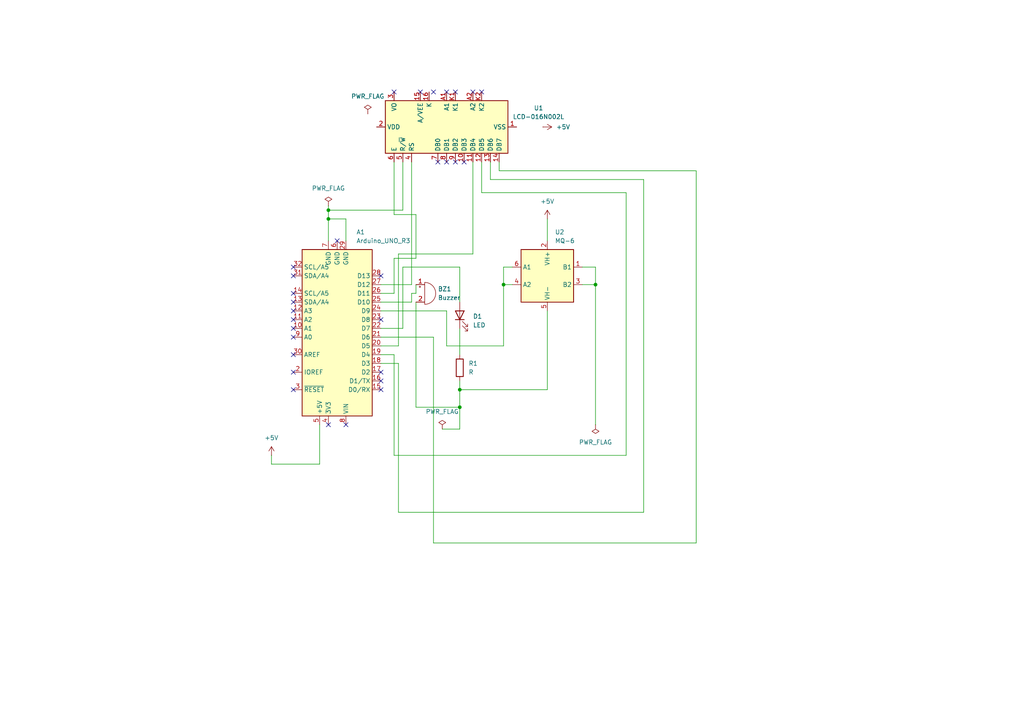
<source format=kicad_sch>
(kicad_sch
	(version 20231120)
	(generator "eeschema")
	(generator_version "8.0")
	(uuid "da198dfc-4e9c-4bcd-a7e1-fe8c57565ad5")
	(paper "A4")
	(lib_symbols
		(symbol "Device:Buzzer"
			(pin_names
				(offset 0.0254) hide)
			(exclude_from_sim no)
			(in_bom yes)
			(on_board yes)
			(property "Reference" "BZ"
				(at 3.81 1.27 0)
				(effects
					(font
						(size 1.27 1.27)
					)
					(justify left)
				)
			)
			(property "Value" "Buzzer"
				(at 3.81 -1.27 0)
				(effects
					(font
						(size 1.27 1.27)
					)
					(justify left)
				)
			)
			(property "Footprint" ""
				(at -0.635 2.54 90)
				(effects
					(font
						(size 1.27 1.27)
					)
					(hide yes)
				)
			)
			(property "Datasheet" "~"
				(at -0.635 2.54 90)
				(effects
					(font
						(size 1.27 1.27)
					)
					(hide yes)
				)
			)
			(property "Description" "Buzzer, polarized"
				(at 0 0 0)
				(effects
					(font
						(size 1.27 1.27)
					)
					(hide yes)
				)
			)
			(property "ki_keywords" "quartz resonator ceramic"
				(at 0 0 0)
				(effects
					(font
						(size 1.27 1.27)
					)
					(hide yes)
				)
			)
			(property "ki_fp_filters" "*Buzzer*"
				(at 0 0 0)
				(effects
					(font
						(size 1.27 1.27)
					)
					(hide yes)
				)
			)
			(symbol "Buzzer_0_1"
				(arc
					(start 0 -3.175)
					(mid 3.1612 0)
					(end 0 3.175)
					(stroke
						(width 0)
						(type default)
					)
					(fill
						(type none)
					)
				)
				(polyline
					(pts
						(xy -1.651 1.905) (xy -1.143 1.905)
					)
					(stroke
						(width 0)
						(type default)
					)
					(fill
						(type none)
					)
				)
				(polyline
					(pts
						(xy -1.397 2.159) (xy -1.397 1.651)
					)
					(stroke
						(width 0)
						(type default)
					)
					(fill
						(type none)
					)
				)
				(polyline
					(pts
						(xy 0 3.175) (xy 0 -3.175)
					)
					(stroke
						(width 0)
						(type default)
					)
					(fill
						(type none)
					)
				)
			)
			(symbol "Buzzer_1_1"
				(pin passive line
					(at -2.54 2.54 0)
					(length 2.54)
					(name "+"
						(effects
							(font
								(size 1.27 1.27)
							)
						)
					)
					(number "1"
						(effects
							(font
								(size 1.27 1.27)
							)
						)
					)
				)
				(pin passive line
					(at -2.54 -2.54 0)
					(length 2.54)
					(name "-"
						(effects
							(font
								(size 1.27 1.27)
							)
						)
					)
					(number "2"
						(effects
							(font
								(size 1.27 1.27)
							)
						)
					)
				)
			)
		)
		(symbol "Device:LED"
			(pin_numbers hide)
			(pin_names
				(offset 1.016) hide)
			(exclude_from_sim no)
			(in_bom yes)
			(on_board yes)
			(property "Reference" "D"
				(at 0 2.54 0)
				(effects
					(font
						(size 1.27 1.27)
					)
				)
			)
			(property "Value" "LED"
				(at 0 -2.54 0)
				(effects
					(font
						(size 1.27 1.27)
					)
				)
			)
			(property "Footprint" ""
				(at 0 0 0)
				(effects
					(font
						(size 1.27 1.27)
					)
					(hide yes)
				)
			)
			(property "Datasheet" "~"
				(at 0 0 0)
				(effects
					(font
						(size 1.27 1.27)
					)
					(hide yes)
				)
			)
			(property "Description" "Light emitting diode"
				(at 0 0 0)
				(effects
					(font
						(size 1.27 1.27)
					)
					(hide yes)
				)
			)
			(property "ki_keywords" "LED diode"
				(at 0 0 0)
				(effects
					(font
						(size 1.27 1.27)
					)
					(hide yes)
				)
			)
			(property "ki_fp_filters" "LED* LED_SMD:* LED_THT:*"
				(at 0 0 0)
				(effects
					(font
						(size 1.27 1.27)
					)
					(hide yes)
				)
			)
			(symbol "LED_0_1"
				(polyline
					(pts
						(xy -1.27 -1.27) (xy -1.27 1.27)
					)
					(stroke
						(width 0.254)
						(type default)
					)
					(fill
						(type none)
					)
				)
				(polyline
					(pts
						(xy -1.27 0) (xy 1.27 0)
					)
					(stroke
						(width 0)
						(type default)
					)
					(fill
						(type none)
					)
				)
				(polyline
					(pts
						(xy 1.27 -1.27) (xy 1.27 1.27) (xy -1.27 0) (xy 1.27 -1.27)
					)
					(stroke
						(width 0.254)
						(type default)
					)
					(fill
						(type none)
					)
				)
				(polyline
					(pts
						(xy -3.048 -0.762) (xy -4.572 -2.286) (xy -3.81 -2.286) (xy -4.572 -2.286) (xy -4.572 -1.524)
					)
					(stroke
						(width 0)
						(type default)
					)
					(fill
						(type none)
					)
				)
				(polyline
					(pts
						(xy -1.778 -0.762) (xy -3.302 -2.286) (xy -2.54 -2.286) (xy -3.302 -2.286) (xy -3.302 -1.524)
					)
					(stroke
						(width 0)
						(type default)
					)
					(fill
						(type none)
					)
				)
			)
			(symbol "LED_1_1"
				(pin passive line
					(at -3.81 0 0)
					(length 2.54)
					(name "K"
						(effects
							(font
								(size 1.27 1.27)
							)
						)
					)
					(number "1"
						(effects
							(font
								(size 1.27 1.27)
							)
						)
					)
				)
				(pin passive line
					(at 3.81 0 180)
					(length 2.54)
					(name "A"
						(effects
							(font
								(size 1.27 1.27)
							)
						)
					)
					(number "2"
						(effects
							(font
								(size 1.27 1.27)
							)
						)
					)
				)
			)
		)
		(symbol "Device:R"
			(pin_numbers hide)
			(pin_names
				(offset 0)
			)
			(exclude_from_sim no)
			(in_bom yes)
			(on_board yes)
			(property "Reference" "R"
				(at 2.032 0 90)
				(effects
					(font
						(size 1.27 1.27)
					)
				)
			)
			(property "Value" "R"
				(at 0 0 90)
				(effects
					(font
						(size 1.27 1.27)
					)
				)
			)
			(property "Footprint" ""
				(at -1.778 0 90)
				(effects
					(font
						(size 1.27 1.27)
					)
					(hide yes)
				)
			)
			(property "Datasheet" "~"
				(at 0 0 0)
				(effects
					(font
						(size 1.27 1.27)
					)
					(hide yes)
				)
			)
			(property "Description" "Resistor"
				(at 0 0 0)
				(effects
					(font
						(size 1.27 1.27)
					)
					(hide yes)
				)
			)
			(property "ki_keywords" "R res resistor"
				(at 0 0 0)
				(effects
					(font
						(size 1.27 1.27)
					)
					(hide yes)
				)
			)
			(property "ki_fp_filters" "R_*"
				(at 0 0 0)
				(effects
					(font
						(size 1.27 1.27)
					)
					(hide yes)
				)
			)
			(symbol "R_0_1"
				(rectangle
					(start -1.016 -2.54)
					(end 1.016 2.54)
					(stroke
						(width 0.254)
						(type default)
					)
					(fill
						(type none)
					)
				)
			)
			(symbol "R_1_1"
				(pin passive line
					(at 0 3.81 270)
					(length 1.27)
					(name "~"
						(effects
							(font
								(size 1.27 1.27)
							)
						)
					)
					(number "1"
						(effects
							(font
								(size 1.27 1.27)
							)
						)
					)
				)
				(pin passive line
					(at 0 -3.81 90)
					(length 1.27)
					(name "~"
						(effects
							(font
								(size 1.27 1.27)
							)
						)
					)
					(number "2"
						(effects
							(font
								(size 1.27 1.27)
							)
						)
					)
				)
			)
		)
		(symbol "Display_Character:LCD-016N002L"
			(exclude_from_sim no)
			(in_bom yes)
			(on_board yes)
			(property "Reference" "U"
				(at -6.35 18.796 0)
				(effects
					(font
						(size 1.27 1.27)
					)
				)
			)
			(property "Value" "LCD-016N002L"
				(at 8.636 18.796 0)
				(effects
					(font
						(size 1.27 1.27)
					)
				)
			)
			(property "Footprint" "Display:LCD-016N002L"
				(at 0.508 -23.368 0)
				(effects
					(font
						(size 1.27 1.27)
					)
					(hide yes)
				)
			)
			(property "Datasheet" "http://www.vishay.com/docs/37299/37299.pdf"
				(at 12.7 -7.62 0)
				(effects
					(font
						(size 1.27 1.27)
					)
					(hide yes)
				)
			)
			(property "Description" "LCD 12x2, 8 bit parallel bus, 3V or 5V VDD"
				(at 0 0 0)
				(effects
					(font
						(size 1.27 1.27)
					)
					(hide yes)
				)
			)
			(property "ki_keywords" "display LCD dot-matrix"
				(at 0 0 0)
				(effects
					(font
						(size 1.27 1.27)
					)
					(hide yes)
				)
			)
			(property "ki_fp_filters" "*LCD*016N002L*"
				(at 0 0 0)
				(effects
					(font
						(size 1.27 1.27)
					)
					(hide yes)
				)
			)
			(symbol "LCD-016N002L_1_1"
				(rectangle
					(start -7.62 17.78)
					(end 7.62 -17.78)
					(stroke
						(width 0.254)
						(type default)
					)
					(fill
						(type background)
					)
				)
				(pin power_in line
					(at 0 -20.32 90)
					(length 2.54)
					(name "VSS"
						(effects
							(font
								(size 1.27 1.27)
							)
						)
					)
					(number "1"
						(effects
							(font
								(size 1.27 1.27)
							)
						)
					)
				)
				(pin bidirectional line
					(at -10.16 -5.08 0)
					(length 2.54)
					(name "DB3"
						(effects
							(font
								(size 1.27 1.27)
							)
						)
					)
					(number "10"
						(effects
							(font
								(size 1.27 1.27)
							)
						)
					)
				)
				(pin bidirectional line
					(at -10.16 -7.62 0)
					(length 2.54)
					(name "DB4"
						(effects
							(font
								(size 1.27 1.27)
							)
						)
					)
					(number "11"
						(effects
							(font
								(size 1.27 1.27)
							)
						)
					)
				)
				(pin bidirectional line
					(at -10.16 -10.16 0)
					(length 2.54)
					(name "DB5"
						(effects
							(font
								(size 1.27 1.27)
							)
						)
					)
					(number "12"
						(effects
							(font
								(size 1.27 1.27)
							)
						)
					)
				)
				(pin bidirectional line
					(at -10.16 -12.7 0)
					(length 2.54)
					(name "DB6"
						(effects
							(font
								(size 1.27 1.27)
							)
						)
					)
					(number "13"
						(effects
							(font
								(size 1.27 1.27)
							)
						)
					)
				)
				(pin bidirectional line
					(at -10.16 -15.24 0)
					(length 2.54)
					(name "DB7"
						(effects
							(font
								(size 1.27 1.27)
							)
						)
					)
					(number "14"
						(effects
							(font
								(size 1.27 1.27)
							)
						)
					)
				)
				(pin power_in line
					(at 10.16 7.62 180)
					(length 2.54)
					(name "A/VEE"
						(effects
							(font
								(size 1.27 1.27)
							)
						)
					)
					(number "15"
						(effects
							(font
								(size 1.27 1.27)
							)
						)
					)
				)
				(pin power_in line
					(at 10.16 5.08 180)
					(length 2.54)
					(name "K"
						(effects
							(font
								(size 1.27 1.27)
							)
						)
					)
					(number "16"
						(effects
							(font
								(size 1.27 1.27)
							)
						)
					)
				)
				(pin power_in line
					(at 0 20.32 270)
					(length 2.54)
					(name "VDD"
						(effects
							(font
								(size 1.27 1.27)
							)
						)
					)
					(number "2"
						(effects
							(font
								(size 1.27 1.27)
							)
						)
					)
				)
				(pin input line
					(at 10.16 15.24 180)
					(length 2.54)
					(name "VO"
						(effects
							(font
								(size 1.27 1.27)
							)
						)
					)
					(number "3"
						(effects
							(font
								(size 1.27 1.27)
							)
						)
					)
				)
				(pin input line
					(at -10.16 10.16 0)
					(length 2.54)
					(name "RS"
						(effects
							(font
								(size 1.27 1.27)
							)
						)
					)
					(number "4"
						(effects
							(font
								(size 1.27 1.27)
							)
						)
					)
				)
				(pin input line
					(at -10.16 12.7 0)
					(length 2.54)
					(name "R/~{W}"
						(effects
							(font
								(size 1.27 1.27)
							)
						)
					)
					(number "5"
						(effects
							(font
								(size 1.27 1.27)
							)
						)
					)
				)
				(pin input line
					(at -10.16 15.24 0)
					(length 2.54)
					(name "E"
						(effects
							(font
								(size 1.27 1.27)
							)
						)
					)
					(number "6"
						(effects
							(font
								(size 1.27 1.27)
							)
						)
					)
				)
				(pin bidirectional line
					(at -10.16 2.54 0)
					(length 2.54)
					(name "DB0"
						(effects
							(font
								(size 1.27 1.27)
							)
						)
					)
					(number "7"
						(effects
							(font
								(size 1.27 1.27)
							)
						)
					)
				)
				(pin bidirectional line
					(at -10.16 0 0)
					(length 2.54)
					(name "DB1"
						(effects
							(font
								(size 1.27 1.27)
							)
						)
					)
					(number "8"
						(effects
							(font
								(size 1.27 1.27)
							)
						)
					)
				)
				(pin bidirectional line
					(at -10.16 -2.54 0)
					(length 2.54)
					(name "DB2"
						(effects
							(font
								(size 1.27 1.27)
							)
						)
					)
					(number "9"
						(effects
							(font
								(size 1.27 1.27)
							)
						)
					)
				)
				(pin power_in line
					(at 10.16 0 180)
					(length 2.54)
					(name "A1"
						(effects
							(font
								(size 1.27 1.27)
							)
						)
					)
					(number "A1"
						(effects
							(font
								(size 1.27 1.27)
							)
						)
					)
				)
				(pin power_in line
					(at 10.16 -7.62 180)
					(length 2.54)
					(name "A2"
						(effects
							(font
								(size 1.27 1.27)
							)
						)
					)
					(number "A2"
						(effects
							(font
								(size 1.27 1.27)
							)
						)
					)
				)
				(pin power_in line
					(at 10.16 -2.54 180)
					(length 2.54)
					(name "K1"
						(effects
							(font
								(size 1.27 1.27)
							)
						)
					)
					(number "K1"
						(effects
							(font
								(size 1.27 1.27)
							)
						)
					)
				)
				(pin power_in line
					(at 10.16 -10.16 180)
					(length 2.54)
					(name "K2"
						(effects
							(font
								(size 1.27 1.27)
							)
						)
					)
					(number "K2"
						(effects
							(font
								(size 1.27 1.27)
							)
						)
					)
				)
			)
		)
		(symbol "MCU_Module:Arduino_UNO_R3"
			(exclude_from_sim no)
			(in_bom yes)
			(on_board yes)
			(property "Reference" "A"
				(at -10.16 23.495 0)
				(effects
					(font
						(size 1.27 1.27)
					)
					(justify left bottom)
				)
			)
			(property "Value" "Arduino_UNO_R3"
				(at 5.08 -26.67 0)
				(effects
					(font
						(size 1.27 1.27)
					)
					(justify left top)
				)
			)
			(property "Footprint" "Module:Arduino_UNO_R3"
				(at 0 0 0)
				(effects
					(font
						(size 1.27 1.27)
						(italic yes)
					)
					(hide yes)
				)
			)
			(property "Datasheet" "https://www.arduino.cc/en/Main/arduinoBoardUno"
				(at 0 0 0)
				(effects
					(font
						(size 1.27 1.27)
					)
					(hide yes)
				)
			)
			(property "Description" "Arduino UNO Microcontroller Module, release 3"
				(at 0 0 0)
				(effects
					(font
						(size 1.27 1.27)
					)
					(hide yes)
				)
			)
			(property "ki_keywords" "Arduino UNO R3 Microcontroller Module Atmel AVR USB"
				(at 0 0 0)
				(effects
					(font
						(size 1.27 1.27)
					)
					(hide yes)
				)
			)
			(property "ki_fp_filters" "Arduino*UNO*R3*"
				(at 0 0 0)
				(effects
					(font
						(size 1.27 1.27)
					)
					(hide yes)
				)
			)
			(symbol "Arduino_UNO_R3_0_1"
				(rectangle
					(start -10.16 22.86)
					(end 10.16 -25.4)
					(stroke
						(width 0.254)
						(type default)
					)
					(fill
						(type background)
					)
				)
			)
			(symbol "Arduino_UNO_R3_1_1"
				(pin no_connect line
					(at -10.16 -20.32 0)
					(length 2.54) hide
					(name "NC"
						(effects
							(font
								(size 1.27 1.27)
							)
						)
					)
					(number "1"
						(effects
							(font
								(size 1.27 1.27)
							)
						)
					)
				)
				(pin bidirectional line
					(at 12.7 -2.54 180)
					(length 2.54)
					(name "A1"
						(effects
							(font
								(size 1.27 1.27)
							)
						)
					)
					(number "10"
						(effects
							(font
								(size 1.27 1.27)
							)
						)
					)
				)
				(pin bidirectional line
					(at 12.7 -5.08 180)
					(length 2.54)
					(name "A2"
						(effects
							(font
								(size 1.27 1.27)
							)
						)
					)
					(number "11"
						(effects
							(font
								(size 1.27 1.27)
							)
						)
					)
				)
				(pin bidirectional line
					(at 12.7 -7.62 180)
					(length 2.54)
					(name "A3"
						(effects
							(font
								(size 1.27 1.27)
							)
						)
					)
					(number "12"
						(effects
							(font
								(size 1.27 1.27)
							)
						)
					)
				)
				(pin bidirectional line
					(at 12.7 -10.16 180)
					(length 2.54)
					(name "SDA/A4"
						(effects
							(font
								(size 1.27 1.27)
							)
						)
					)
					(number "13"
						(effects
							(font
								(size 1.27 1.27)
							)
						)
					)
				)
				(pin bidirectional line
					(at 12.7 -12.7 180)
					(length 2.54)
					(name "SCL/A5"
						(effects
							(font
								(size 1.27 1.27)
							)
						)
					)
					(number "14"
						(effects
							(font
								(size 1.27 1.27)
							)
						)
					)
				)
				(pin bidirectional line
					(at -12.7 15.24 0)
					(length 2.54)
					(name "D0/RX"
						(effects
							(font
								(size 1.27 1.27)
							)
						)
					)
					(number "15"
						(effects
							(font
								(size 1.27 1.27)
							)
						)
					)
				)
				(pin bidirectional line
					(at -12.7 12.7 0)
					(length 2.54)
					(name "D1/TX"
						(effects
							(font
								(size 1.27 1.27)
							)
						)
					)
					(number "16"
						(effects
							(font
								(size 1.27 1.27)
							)
						)
					)
				)
				(pin bidirectional line
					(at -12.7 10.16 0)
					(length 2.54)
					(name "D2"
						(effects
							(font
								(size 1.27 1.27)
							)
						)
					)
					(number "17"
						(effects
							(font
								(size 1.27 1.27)
							)
						)
					)
				)
				(pin bidirectional line
					(at -12.7 7.62 0)
					(length 2.54)
					(name "D3"
						(effects
							(font
								(size 1.27 1.27)
							)
						)
					)
					(number "18"
						(effects
							(font
								(size 1.27 1.27)
							)
						)
					)
				)
				(pin bidirectional line
					(at -12.7 5.08 0)
					(length 2.54)
					(name "D4"
						(effects
							(font
								(size 1.27 1.27)
							)
						)
					)
					(number "19"
						(effects
							(font
								(size 1.27 1.27)
							)
						)
					)
				)
				(pin output line
					(at 12.7 10.16 180)
					(length 2.54)
					(name "IOREF"
						(effects
							(font
								(size 1.27 1.27)
							)
						)
					)
					(number "2"
						(effects
							(font
								(size 1.27 1.27)
							)
						)
					)
				)
				(pin bidirectional line
					(at -12.7 2.54 0)
					(length 2.54)
					(name "D5"
						(effects
							(font
								(size 1.27 1.27)
							)
						)
					)
					(number "20"
						(effects
							(font
								(size 1.27 1.27)
							)
						)
					)
				)
				(pin bidirectional line
					(at -12.7 0 0)
					(length 2.54)
					(name "D6"
						(effects
							(font
								(size 1.27 1.27)
							)
						)
					)
					(number "21"
						(effects
							(font
								(size 1.27 1.27)
							)
						)
					)
				)
				(pin bidirectional line
					(at -12.7 -2.54 0)
					(length 2.54)
					(name "D7"
						(effects
							(font
								(size 1.27 1.27)
							)
						)
					)
					(number "22"
						(effects
							(font
								(size 1.27 1.27)
							)
						)
					)
				)
				(pin bidirectional line
					(at -12.7 -5.08 0)
					(length 2.54)
					(name "D8"
						(effects
							(font
								(size 1.27 1.27)
							)
						)
					)
					(number "23"
						(effects
							(font
								(size 1.27 1.27)
							)
						)
					)
				)
				(pin bidirectional line
					(at -12.7 -7.62 0)
					(length 2.54)
					(name "D9"
						(effects
							(font
								(size 1.27 1.27)
							)
						)
					)
					(number "24"
						(effects
							(font
								(size 1.27 1.27)
							)
						)
					)
				)
				(pin bidirectional line
					(at -12.7 -10.16 0)
					(length 2.54)
					(name "D10"
						(effects
							(font
								(size 1.27 1.27)
							)
						)
					)
					(number "25"
						(effects
							(font
								(size 1.27 1.27)
							)
						)
					)
				)
				(pin bidirectional line
					(at -12.7 -12.7 0)
					(length 2.54)
					(name "D11"
						(effects
							(font
								(size 1.27 1.27)
							)
						)
					)
					(number "26"
						(effects
							(font
								(size 1.27 1.27)
							)
						)
					)
				)
				(pin bidirectional line
					(at -12.7 -15.24 0)
					(length 2.54)
					(name "D12"
						(effects
							(font
								(size 1.27 1.27)
							)
						)
					)
					(number "27"
						(effects
							(font
								(size 1.27 1.27)
							)
						)
					)
				)
				(pin bidirectional line
					(at -12.7 -17.78 0)
					(length 2.54)
					(name "D13"
						(effects
							(font
								(size 1.27 1.27)
							)
						)
					)
					(number "28"
						(effects
							(font
								(size 1.27 1.27)
							)
						)
					)
				)
				(pin power_in line
					(at -2.54 -27.94 90)
					(length 2.54)
					(name "GND"
						(effects
							(font
								(size 1.27 1.27)
							)
						)
					)
					(number "29"
						(effects
							(font
								(size 1.27 1.27)
							)
						)
					)
				)
				(pin input line
					(at 12.7 15.24 180)
					(length 2.54)
					(name "~{RESET}"
						(effects
							(font
								(size 1.27 1.27)
							)
						)
					)
					(number "3"
						(effects
							(font
								(size 1.27 1.27)
							)
						)
					)
				)
				(pin input line
					(at 12.7 5.08 180)
					(length 2.54)
					(name "AREF"
						(effects
							(font
								(size 1.27 1.27)
							)
						)
					)
					(number "30"
						(effects
							(font
								(size 1.27 1.27)
							)
						)
					)
				)
				(pin bidirectional line
					(at 12.7 -17.78 180)
					(length 2.54)
					(name "SDA/A4"
						(effects
							(font
								(size 1.27 1.27)
							)
						)
					)
					(number "31"
						(effects
							(font
								(size 1.27 1.27)
							)
						)
					)
				)
				(pin bidirectional line
					(at 12.7 -20.32 180)
					(length 2.54)
					(name "SCL/A5"
						(effects
							(font
								(size 1.27 1.27)
							)
						)
					)
					(number "32"
						(effects
							(font
								(size 1.27 1.27)
							)
						)
					)
				)
				(pin power_out line
					(at 2.54 25.4 270)
					(length 2.54)
					(name "3V3"
						(effects
							(font
								(size 1.27 1.27)
							)
						)
					)
					(number "4"
						(effects
							(font
								(size 1.27 1.27)
							)
						)
					)
				)
				(pin power_out line
					(at 5.08 25.4 270)
					(length 2.54)
					(name "+5V"
						(effects
							(font
								(size 1.27 1.27)
							)
						)
					)
					(number "5"
						(effects
							(font
								(size 1.27 1.27)
							)
						)
					)
				)
				(pin power_in line
					(at 0 -27.94 90)
					(length 2.54)
					(name "GND"
						(effects
							(font
								(size 1.27 1.27)
							)
						)
					)
					(number "6"
						(effects
							(font
								(size 1.27 1.27)
							)
						)
					)
				)
				(pin power_in line
					(at 2.54 -27.94 90)
					(length 2.54)
					(name "GND"
						(effects
							(font
								(size 1.27 1.27)
							)
						)
					)
					(number "7"
						(effects
							(font
								(size 1.27 1.27)
							)
						)
					)
				)
				(pin power_in line
					(at -2.54 25.4 270)
					(length 2.54)
					(name "VIN"
						(effects
							(font
								(size 1.27 1.27)
							)
						)
					)
					(number "8"
						(effects
							(font
								(size 1.27 1.27)
							)
						)
					)
				)
				(pin bidirectional line
					(at 12.7 0 180)
					(length 2.54)
					(name "A0"
						(effects
							(font
								(size 1.27 1.27)
							)
						)
					)
					(number "9"
						(effects
							(font
								(size 1.27 1.27)
							)
						)
					)
				)
			)
		)
		(symbol "Sensor_Gas:MQ-6"
			(exclude_from_sim no)
			(in_bom yes)
			(on_board yes)
			(property "Reference" "U"
				(at -6.35 8.89 0)
				(effects
					(font
						(size 1.27 1.27)
					)
				)
			)
			(property "Value" "MQ-6"
				(at 3.81 8.89 0)
				(effects
					(font
						(size 1.27 1.27)
					)
				)
			)
			(property "Footprint" "Sensor:MQ-6"
				(at 1.27 -11.43 0)
				(effects
					(font
						(size 1.27 1.27)
					)
					(hide yes)
				)
			)
			(property "Datasheet" "https://www.winsen-sensor.com/d/files/semiconductor/mq-6.pdf"
				(at 0 6.35 0)
				(effects
					(font
						(size 1.27 1.27)
					)
					(hide yes)
				)
			)
			(property "Description" "Semiconductor Sensor for Flammable Gas"
				(at 0 0 0)
				(effects
					(font
						(size 1.27 1.27)
					)
					(hide yes)
				)
			)
			(property "ki_keywords" "flammable gas sensor LPG"
				(at 0 0 0)
				(effects
					(font
						(size 1.27 1.27)
					)
					(hide yes)
				)
			)
			(property "ki_fp_filters" "*MQ*6*"
				(at 0 0 0)
				(effects
					(font
						(size 1.27 1.27)
					)
					(hide yes)
				)
			)
			(symbol "MQ-6_0_1"
				(rectangle
					(start -7.62 7.62)
					(end 7.62 -7.62)
					(stroke
						(width 0.254)
						(type default)
					)
					(fill
						(type background)
					)
				)
			)
			(symbol "MQ-6_1_1"
				(pin passive line
					(at 10.16 2.54 180)
					(length 2.54)
					(name "B1"
						(effects
							(font
								(size 1.27 1.27)
							)
						)
					)
					(number "1"
						(effects
							(font
								(size 1.27 1.27)
							)
						)
					)
				)
				(pin power_in line
					(at 0 10.16 270)
					(length 2.54)
					(name "VH+"
						(effects
							(font
								(size 1.27 1.27)
							)
						)
					)
					(number "2"
						(effects
							(font
								(size 1.27 1.27)
							)
						)
					)
				)
				(pin passive line
					(at 10.16 -2.54 180)
					(length 2.54)
					(name "B2"
						(effects
							(font
								(size 1.27 1.27)
							)
						)
					)
					(number "3"
						(effects
							(font
								(size 1.27 1.27)
							)
						)
					)
				)
				(pin passive line
					(at -10.16 -2.54 0)
					(length 2.54)
					(name "A2"
						(effects
							(font
								(size 1.27 1.27)
							)
						)
					)
					(number "4"
						(effects
							(font
								(size 1.27 1.27)
							)
						)
					)
				)
				(pin power_in line
					(at 0 -10.16 90)
					(length 2.54)
					(name "VH-"
						(effects
							(font
								(size 1.27 1.27)
							)
						)
					)
					(number "5"
						(effects
							(font
								(size 1.27 1.27)
							)
						)
					)
				)
				(pin passive line
					(at -10.16 2.54 0)
					(length 2.54)
					(name "A1"
						(effects
							(font
								(size 1.27 1.27)
							)
						)
					)
					(number "6"
						(effects
							(font
								(size 1.27 1.27)
							)
						)
					)
				)
			)
		)
		(symbol "power:+5V"
			(power)
			(pin_numbers hide)
			(pin_names
				(offset 0) hide)
			(exclude_from_sim no)
			(in_bom yes)
			(on_board yes)
			(property "Reference" "#PWR"
				(at 0 -3.81 0)
				(effects
					(font
						(size 1.27 1.27)
					)
					(hide yes)
				)
			)
			(property "Value" "+5V"
				(at 0 3.556 0)
				(effects
					(font
						(size 1.27 1.27)
					)
				)
			)
			(property "Footprint" ""
				(at 0 0 0)
				(effects
					(font
						(size 1.27 1.27)
					)
					(hide yes)
				)
			)
			(property "Datasheet" ""
				(at 0 0 0)
				(effects
					(font
						(size 1.27 1.27)
					)
					(hide yes)
				)
			)
			(property "Description" "Power symbol creates a global label with name \"+5V\""
				(at 0 0 0)
				(effects
					(font
						(size 1.27 1.27)
					)
					(hide yes)
				)
			)
			(property "ki_keywords" "global power"
				(at 0 0 0)
				(effects
					(font
						(size 1.27 1.27)
					)
					(hide yes)
				)
			)
			(symbol "+5V_0_1"
				(polyline
					(pts
						(xy -0.762 1.27) (xy 0 2.54)
					)
					(stroke
						(width 0)
						(type default)
					)
					(fill
						(type none)
					)
				)
				(polyline
					(pts
						(xy 0 0) (xy 0 2.54)
					)
					(stroke
						(width 0)
						(type default)
					)
					(fill
						(type none)
					)
				)
				(polyline
					(pts
						(xy 0 2.54) (xy 0.762 1.27)
					)
					(stroke
						(width 0)
						(type default)
					)
					(fill
						(type none)
					)
				)
			)
			(symbol "+5V_1_1"
				(pin power_in line
					(at 0 0 90)
					(length 0)
					(name "~"
						(effects
							(font
								(size 1.27 1.27)
							)
						)
					)
					(number "1"
						(effects
							(font
								(size 1.27 1.27)
							)
						)
					)
				)
			)
		)
		(symbol "power:PWR_FLAG"
			(power)
			(pin_numbers hide)
			(pin_names
				(offset 0) hide)
			(exclude_from_sim no)
			(in_bom yes)
			(on_board yes)
			(property "Reference" "#FLG"
				(at 0 1.905 0)
				(effects
					(font
						(size 1.27 1.27)
					)
					(hide yes)
				)
			)
			(property "Value" "PWR_FLAG"
				(at 0 3.81 0)
				(effects
					(font
						(size 1.27 1.27)
					)
				)
			)
			(property "Footprint" ""
				(at 0 0 0)
				(effects
					(font
						(size 1.27 1.27)
					)
					(hide yes)
				)
			)
			(property "Datasheet" "~"
				(at 0 0 0)
				(effects
					(font
						(size 1.27 1.27)
					)
					(hide yes)
				)
			)
			(property "Description" "Special symbol for telling ERC where power comes from"
				(at 0 0 0)
				(effects
					(font
						(size 1.27 1.27)
					)
					(hide yes)
				)
			)
			(property "ki_keywords" "flag power"
				(at 0 0 0)
				(effects
					(font
						(size 1.27 1.27)
					)
					(hide yes)
				)
			)
			(symbol "PWR_FLAG_0_0"
				(pin power_out line
					(at 0 0 90)
					(length 0)
					(name "~"
						(effects
							(font
								(size 1.27 1.27)
							)
						)
					)
					(number "1"
						(effects
							(font
								(size 1.27 1.27)
							)
						)
					)
				)
			)
			(symbol "PWR_FLAG_0_1"
				(polyline
					(pts
						(xy 0 0) (xy 0 1.27) (xy -1.016 1.905) (xy 0 2.54) (xy 1.016 1.905) (xy 0 1.27)
					)
					(stroke
						(width 0)
						(type default)
					)
					(fill
						(type none)
					)
				)
			)
		)
	)
	(junction
		(at 133.35 113.03)
		(diameter 0)
		(color 0 0 0 0)
		(uuid "01a54aa8-f54a-4153-97c8-7f24d6ba1b5e")
	)
	(junction
		(at 146.05 82.55)
		(diameter 0)
		(color 0 0 0 0)
		(uuid "0f5021c1-1753-4e36-8ae3-7b67651e50f1")
	)
	(junction
		(at 172.72 82.55)
		(diameter 0)
		(color 0 0 0 0)
		(uuid "72fd272e-5da4-47d7-82da-06a189713c0b")
	)
	(junction
		(at 95.25 63.5)
		(diameter 0)
		(color 0 0 0 0)
		(uuid "d0cdcb16-4386-4329-ba2a-efec100ef773")
	)
	(junction
		(at 95.25 60.96)
		(diameter 0)
		(color 0 0 0 0)
		(uuid "d1afee1f-23cd-4f86-8121-5a425b7322f9")
	)
	(junction
		(at 133.35 118.11)
		(diameter 0)
		(color 0 0 0 0)
		(uuid "f66d201f-5a38-4783-a4c4-2ac21eb6b63f")
	)
	(no_connect
		(at 139.7 26.67)
		(uuid "0998b3f6-dc17-476a-a28c-9b4099121ff5")
	)
	(no_connect
		(at 114.3 26.67)
		(uuid "09b4b688-b6a5-4f74-b27a-aa266a0d4f9c")
	)
	(no_connect
		(at 85.09 97.79)
		(uuid "1e9fb5fb-facb-473c-a0cf-a3decbf97e07")
	)
	(no_connect
		(at 134.62 46.99)
		(uuid "201a70bb-2795-442d-aad2-d7d9850e014e")
	)
	(no_connect
		(at 97.79 69.85)
		(uuid "20f8831f-a5db-40ff-91fb-ccdde06804fa")
	)
	(no_connect
		(at 85.09 107.95)
		(uuid "29808ec7-cde8-41e0-9473-ad22781081d0")
	)
	(no_connect
		(at 100.33 123.19)
		(uuid "2e1a6a9d-90f0-4ff3-9d7f-e129edb558bd")
	)
	(no_connect
		(at 110.49 107.95)
		(uuid "310969a8-3b1d-4d11-ad3a-66becb99f2e5")
	)
	(no_connect
		(at 129.54 46.99)
		(uuid "3b55e54b-793a-4421-b6c6-f06375241765")
	)
	(no_connect
		(at 85.09 90.17)
		(uuid "3b5792a7-bb9b-4e4c-a8b2-742cb90368c3")
	)
	(no_connect
		(at 121.92 26.67)
		(uuid "3f0b83b4-3d40-4620-9bfa-64ff5dd41588")
	)
	(no_connect
		(at 85.09 77.47)
		(uuid "3fbd7964-8d6a-4505-91f4-55613e34fbf3")
	)
	(no_connect
		(at 127 46.99)
		(uuid "53fcffa6-2b57-4638-982e-14475740937d")
	)
	(no_connect
		(at 137.16 26.67)
		(uuid "56640b68-5781-431f-a967-fdc2e4084523")
	)
	(no_connect
		(at 125.73 26.67)
		(uuid "65b595be-7010-4289-93e6-d5205e7a0c22")
	)
	(no_connect
		(at 85.09 95.25)
		(uuid "679429e9-f358-4315-970c-d8f0919210d4")
	)
	(no_connect
		(at 85.09 85.09)
		(uuid "6b3db86b-b3b4-4c56-b1da-1c81acb802d0")
	)
	(no_connect
		(at 110.49 80.01)
		(uuid "71bc15bf-3825-4f9c-8971-5660a1fa6281")
	)
	(no_connect
		(at 132.08 26.67)
		(uuid "76831b4f-db53-4dd5-bde2-704060f6ed69")
	)
	(no_connect
		(at 85.09 102.87)
		(uuid "7e58fbed-12b4-4e97-ae40-519eff51099f")
	)
	(no_connect
		(at 129.54 26.67)
		(uuid "81c544c7-888a-4ee7-acdb-6ed0ff0eaad8")
	)
	(no_connect
		(at 110.49 110.49)
		(uuid "831141d1-cf4c-46e9-b3e2-ca139402cf28")
	)
	(no_connect
		(at 85.09 87.63)
		(uuid "a55c7dd1-0c18-4f3e-833c-69ec539582d0")
	)
	(no_connect
		(at 95.25 123.19)
		(uuid "bdb589c8-e265-444d-87b1-3628768ba9ee")
	)
	(no_connect
		(at 110.49 92.71)
		(uuid "c1d34f6a-4c32-423c-9208-d325a19eb3d9")
	)
	(no_connect
		(at 85.09 113.03)
		(uuid "c59e43b1-1515-48e4-b078-eba076104e2a")
	)
	(no_connect
		(at 132.08 46.99)
		(uuid "c709d0bf-564f-41de-8e97-189d2f38b0e8")
	)
	(no_connect
		(at 110.49 113.03)
		(uuid "d524cc04-a578-46a1-834b-13e9bb8801cb")
	)
	(no_connect
		(at 85.09 80.01)
		(uuid "e9d09b35-37ab-46e9-8c7b-b12ee7629319")
	)
	(no_connect
		(at 85.09 92.71)
		(uuid "eb81514c-60f2-40b0-9981-334c2755ba26")
	)
	(wire
		(pts
			(xy 133.35 110.49) (xy 133.35 113.03)
		)
		(stroke
			(width 0)
			(type default)
		)
		(uuid "00aa09b8-e635-4409-b24f-6c00f3b0fd14")
	)
	(wire
		(pts
			(xy 158.75 113.03) (xy 133.35 113.03)
		)
		(stroke
			(width 0)
			(type default)
		)
		(uuid "0251dfe9-3c5d-4bd4-abae-8e566f885584")
	)
	(wire
		(pts
			(xy 114.3 132.08) (xy 181.61 132.08)
		)
		(stroke
			(width 0)
			(type default)
		)
		(uuid "0397023c-dbaf-40c4-94f8-21bceae3706b")
	)
	(wire
		(pts
			(xy 148.59 77.47) (xy 146.05 77.47)
		)
		(stroke
			(width 0)
			(type default)
		)
		(uuid "1014cb96-1a3d-4531-a66e-78ff36f03893")
	)
	(wire
		(pts
			(xy 119.38 82.55) (xy 110.49 82.55)
		)
		(stroke
			(width 0)
			(type default)
		)
		(uuid "1278fabc-f341-4d04-815f-4e01f7de0cea")
	)
	(wire
		(pts
			(xy 129.54 90.17) (xy 129.54 100.33)
		)
		(stroke
			(width 0)
			(type default)
		)
		(uuid "16fdac9d-0b63-46dc-8ef3-11d7dbe28a69")
	)
	(wire
		(pts
			(xy 137.16 73.66) (xy 115.57 73.66)
		)
		(stroke
			(width 0)
			(type default)
		)
		(uuid "1e6580d0-4d4b-4c63-b363-b0d23d5b43fc")
	)
	(wire
		(pts
			(xy 119.38 46.99) (xy 119.38 82.55)
		)
		(stroke
			(width 0)
			(type default)
		)
		(uuid "222544e8-9fa7-4490-b380-5af3510ff70d")
	)
	(wire
		(pts
			(xy 119.38 87.63) (xy 119.38 85.09)
		)
		(stroke
			(width 0)
			(type default)
		)
		(uuid "24d679e0-1fd3-4499-90b3-2803576d15d9")
	)
	(wire
		(pts
			(xy 110.49 90.17) (xy 129.54 90.17)
		)
		(stroke
			(width 0)
			(type default)
		)
		(uuid "28456209-8706-4e5a-8000-252ef84dbaef")
	)
	(wire
		(pts
			(xy 172.72 82.55) (xy 172.72 123.19)
		)
		(stroke
			(width 0)
			(type default)
		)
		(uuid "2a7d7cf8-4475-4012-b3bd-d908bc00e897")
	)
	(wire
		(pts
			(xy 172.72 77.47) (xy 172.72 82.55)
		)
		(stroke
			(width 0)
			(type default)
		)
		(uuid "2afd67e6-0689-45e5-bfbc-0d7622ec6e2e")
	)
	(wire
		(pts
			(xy 133.35 87.63) (xy 133.35 77.47)
		)
		(stroke
			(width 0)
			(type default)
		)
		(uuid "31b143b1-018a-4754-8dc8-871673c2c76d")
	)
	(wire
		(pts
			(xy 128.27 124.46) (xy 133.35 124.46)
		)
		(stroke
			(width 0)
			(type default)
		)
		(uuid "32bc3e72-f62b-425b-973b-65320f6cebc0")
	)
	(wire
		(pts
			(xy 115.57 105.41) (xy 110.49 105.41)
		)
		(stroke
			(width 0)
			(type default)
		)
		(uuid "331acc5a-68a2-46ec-8965-cebfc050aa50")
	)
	(wire
		(pts
			(xy 168.91 77.47) (xy 172.72 77.47)
		)
		(stroke
			(width 0)
			(type default)
		)
		(uuid "361a6228-a06c-4a24-a1ab-3bbde29399e4")
	)
	(wire
		(pts
			(xy 110.49 97.79) (xy 125.73 97.79)
		)
		(stroke
			(width 0)
			(type default)
		)
		(uuid "36bb83ed-b68f-4bc3-96fe-7d24eb22df48")
	)
	(wire
		(pts
			(xy 146.05 82.55) (xy 148.59 82.55)
		)
		(stroke
			(width 0)
			(type default)
		)
		(uuid "3910ea51-3789-4f5b-a9d3-ce7d1de8376b")
	)
	(wire
		(pts
			(xy 133.35 113.03) (xy 133.35 118.11)
		)
		(stroke
			(width 0)
			(type default)
		)
		(uuid "417e78f3-986a-4d87-ac71-33c3f521b3bb")
	)
	(wire
		(pts
			(xy 78.74 132.08) (xy 78.74 134.62)
		)
		(stroke
			(width 0)
			(type default)
		)
		(uuid "455b6556-f493-4c95-ace4-b9051cb46307")
	)
	(wire
		(pts
			(xy 133.35 95.25) (xy 133.35 102.87)
		)
		(stroke
			(width 0)
			(type default)
		)
		(uuid "457956d1-9ac6-4d04-95f7-dfed3fc0c8db")
	)
	(wire
		(pts
			(xy 142.24 52.07) (xy 186.69 52.07)
		)
		(stroke
			(width 0)
			(type default)
		)
		(uuid "458107ca-071f-4740-accd-e7b73e387e31")
	)
	(wire
		(pts
			(xy 120.65 74.93) (xy 114.3 74.93)
		)
		(stroke
			(width 0)
			(type default)
		)
		(uuid "45b8bf03-1803-489a-92f2-0a8b0bb7e29f")
	)
	(wire
		(pts
			(xy 114.3 46.99) (xy 114.3 62.23)
		)
		(stroke
			(width 0)
			(type default)
		)
		(uuid "4acde623-81ec-4a96-84ff-6d9dabc97b80")
	)
	(wire
		(pts
			(xy 95.25 60.96) (xy 95.25 63.5)
		)
		(stroke
			(width 0)
			(type default)
		)
		(uuid "4edcecfb-311d-4d9f-aeda-e49967785f2f")
	)
	(wire
		(pts
			(xy 181.61 132.08) (xy 181.61 55.88)
		)
		(stroke
			(width 0)
			(type default)
		)
		(uuid "5075d55d-09be-4cab-b3ce-b8c381a6cef0")
	)
	(wire
		(pts
			(xy 92.71 134.62) (xy 92.71 123.19)
		)
		(stroke
			(width 0)
			(type default)
		)
		(uuid "54a8c360-26d1-48b5-b866-a5f025097760")
	)
	(wire
		(pts
			(xy 110.49 95.25) (xy 116.84 95.25)
		)
		(stroke
			(width 0)
			(type default)
		)
		(uuid "5c2d329e-66e3-42fc-8e77-7f92d507843d")
	)
	(wire
		(pts
			(xy 95.25 59.69) (xy 95.25 60.96)
		)
		(stroke
			(width 0)
			(type default)
		)
		(uuid "5ee40260-a386-4c08-843f-fd12cd8f13ba")
	)
	(wire
		(pts
			(xy 125.73 97.79) (xy 125.73 157.48)
		)
		(stroke
			(width 0)
			(type default)
		)
		(uuid "600846f8-3588-404a-a64c-631e4eaa3baa")
	)
	(wire
		(pts
			(xy 114.3 62.23) (xy 120.65 62.23)
		)
		(stroke
			(width 0)
			(type default)
		)
		(uuid "60c063e3-f85c-4f1f-aebf-43801e84fe01")
	)
	(wire
		(pts
			(xy 186.69 52.07) (xy 186.69 148.59)
		)
		(stroke
			(width 0)
			(type default)
		)
		(uuid "61e33450-f89d-45a4-9913-a41908f108d2")
	)
	(wire
		(pts
			(xy 120.65 87.63) (xy 120.65 118.11)
		)
		(stroke
			(width 0)
			(type default)
		)
		(uuid "635bc3c8-9919-4f76-993b-f90040ff8b70")
	)
	(wire
		(pts
			(xy 114.3 102.87) (xy 114.3 132.08)
		)
		(stroke
			(width 0)
			(type default)
		)
		(uuid "63718df0-b6e6-4be2-9686-11f6184e94f9")
	)
	(wire
		(pts
			(xy 100.33 63.5) (xy 100.33 69.85)
		)
		(stroke
			(width 0)
			(type default)
		)
		(uuid "6ad6a6eb-7cd9-45ed-bb8e-cb0496b1fa16")
	)
	(wire
		(pts
			(xy 120.65 85.09) (xy 120.65 82.55)
		)
		(stroke
			(width 0)
			(type default)
		)
		(uuid "72a624ee-1cf5-4d5b-96ac-f25daa478c16")
	)
	(wire
		(pts
			(xy 201.93 49.53) (xy 144.78 49.53)
		)
		(stroke
			(width 0)
			(type default)
		)
		(uuid "7a60a156-2f0e-4283-a17e-580db1b8ecea")
	)
	(wire
		(pts
			(xy 116.84 60.96) (xy 95.25 60.96)
		)
		(stroke
			(width 0)
			(type default)
		)
		(uuid "7e294060-0358-4efe-9309-cf5cc883a49c")
	)
	(wire
		(pts
			(xy 95.25 63.5) (xy 95.25 69.85)
		)
		(stroke
			(width 0)
			(type default)
		)
		(uuid "7ed2f255-93b9-4517-b597-fddf36db9394")
	)
	(wire
		(pts
			(xy 115.57 100.33) (xy 110.49 100.33)
		)
		(stroke
			(width 0)
			(type default)
		)
		(uuid "84091f7f-5b0e-4e3a-be57-58b940834fdf")
	)
	(wire
		(pts
			(xy 186.69 148.59) (xy 115.57 148.59)
		)
		(stroke
			(width 0)
			(type default)
		)
		(uuid "84e94d94-3469-4953-b665-ed6692f32b78")
	)
	(wire
		(pts
			(xy 129.54 100.33) (xy 146.05 100.33)
		)
		(stroke
			(width 0)
			(type default)
		)
		(uuid "883a8234-c8cd-486f-bc08-e8cba8978c74")
	)
	(wire
		(pts
			(xy 172.72 82.55) (xy 168.91 82.55)
		)
		(stroke
			(width 0)
			(type default)
		)
		(uuid "8f80ef5c-d742-4d58-80c8-dedcfd79bc56")
	)
	(wire
		(pts
			(xy 116.84 77.47) (xy 116.84 95.25)
		)
		(stroke
			(width 0)
			(type default)
		)
		(uuid "904aec7d-cb21-46aa-b530-6a0ea7bd1bda")
	)
	(wire
		(pts
			(xy 116.84 46.99) (xy 116.84 60.96)
		)
		(stroke
			(width 0)
			(type default)
		)
		(uuid "91270f4d-d8ac-4fd2-bbe0-97e880611705")
	)
	(wire
		(pts
			(xy 158.75 63.5) (xy 158.75 69.85)
		)
		(stroke
			(width 0)
			(type default)
		)
		(uuid "9b1c114d-865f-41b8-8a8f-72c83ca30d0f")
	)
	(wire
		(pts
			(xy 181.61 55.88) (xy 139.7 55.88)
		)
		(stroke
			(width 0)
			(type default)
		)
		(uuid "9cd3506e-270f-40a9-97b5-e3fce5fe67d1")
	)
	(wire
		(pts
			(xy 133.35 118.11) (xy 133.35 124.46)
		)
		(stroke
			(width 0)
			(type default)
		)
		(uuid "a05e7869-f9c3-4f9b-861a-6c5a901181e6")
	)
	(wire
		(pts
			(xy 95.25 63.5) (xy 100.33 63.5)
		)
		(stroke
			(width 0)
			(type default)
		)
		(uuid "a1ffb2a7-52c7-4cc1-90cb-c406b938aef1")
	)
	(wire
		(pts
			(xy 110.49 87.63) (xy 119.38 87.63)
		)
		(stroke
			(width 0)
			(type default)
		)
		(uuid "a4b590b3-f5be-4bbc-9ce3-68bcf46aa7bd")
	)
	(wire
		(pts
			(xy 120.65 118.11) (xy 133.35 118.11)
		)
		(stroke
			(width 0)
			(type default)
		)
		(uuid "ab03f69c-9ae1-44c5-96a4-e332415a0a2c")
	)
	(wire
		(pts
			(xy 201.93 157.48) (xy 201.93 49.53)
		)
		(stroke
			(width 0)
			(type default)
		)
		(uuid "b90d8b4a-ff5e-43e2-8e2b-394432ed89bc")
	)
	(wire
		(pts
			(xy 120.65 62.23) (xy 120.65 74.93)
		)
		(stroke
			(width 0)
			(type default)
		)
		(uuid "c08e447e-f64c-4226-ac29-195f36c336fc")
	)
	(wire
		(pts
			(xy 119.38 85.09) (xy 120.65 85.09)
		)
		(stroke
			(width 0)
			(type default)
		)
		(uuid "c3eabccc-002a-4837-814f-33b285f66a55")
	)
	(wire
		(pts
			(xy 115.57 73.66) (xy 115.57 100.33)
		)
		(stroke
			(width 0)
			(type default)
		)
		(uuid "c4c26a73-d315-41ec-ae18-06f0e03a9e41")
	)
	(wire
		(pts
			(xy 114.3 85.09) (xy 110.49 85.09)
		)
		(stroke
			(width 0)
			(type default)
		)
		(uuid "c61833f9-c9bb-4fa8-94ec-8e8683f8b634")
	)
	(wire
		(pts
			(xy 142.24 46.99) (xy 142.24 52.07)
		)
		(stroke
			(width 0)
			(type default)
		)
		(uuid "cc7fedc5-b00d-4653-8ced-e0fce78ee0c1")
	)
	(wire
		(pts
			(xy 144.78 49.53) (xy 144.78 46.99)
		)
		(stroke
			(width 0)
			(type default)
		)
		(uuid "d070d9f6-c7d0-4459-9788-65da37b78126")
	)
	(wire
		(pts
			(xy 146.05 77.47) (xy 146.05 82.55)
		)
		(stroke
			(width 0)
			(type default)
		)
		(uuid "d0a0fcd9-1430-4950-819c-fd56db7d3555")
	)
	(wire
		(pts
			(xy 137.16 46.99) (xy 137.16 73.66)
		)
		(stroke
			(width 0)
			(type default)
		)
		(uuid "d3d7c962-48ef-4939-841f-c239dc1a0190")
	)
	(wire
		(pts
			(xy 114.3 74.93) (xy 114.3 85.09)
		)
		(stroke
			(width 0)
			(type default)
		)
		(uuid "d55a5890-3f76-4866-aee4-a3d63582c33b")
	)
	(wire
		(pts
			(xy 110.49 102.87) (xy 114.3 102.87)
		)
		(stroke
			(width 0)
			(type default)
		)
		(uuid "d70500cb-40bb-48c2-abc0-284b6a7ba355")
	)
	(wire
		(pts
			(xy 125.73 157.48) (xy 201.93 157.48)
		)
		(stroke
			(width 0)
			(type default)
		)
		(uuid "e040e2ca-2726-4eef-b24f-11eb897fc2fa")
	)
	(wire
		(pts
			(xy 115.57 148.59) (xy 115.57 105.41)
		)
		(stroke
			(width 0)
			(type default)
		)
		(uuid "e21a2769-f3c9-4ec5-a787-007e1ab163e6")
	)
	(wire
		(pts
			(xy 78.74 134.62) (xy 92.71 134.62)
		)
		(stroke
			(width 0)
			(type default)
		)
		(uuid "e7902486-d304-437e-90d9-98c446d8159d")
	)
	(wire
		(pts
			(xy 158.75 90.17) (xy 158.75 113.03)
		)
		(stroke
			(width 0)
			(type default)
		)
		(uuid "eea7b01c-83f5-4618-ba76-73a9fcd3d642")
	)
	(wire
		(pts
			(xy 133.35 77.47) (xy 116.84 77.47)
		)
		(stroke
			(width 0)
			(type default)
		)
		(uuid "f0e75b8e-d557-4bcb-a792-431e8d4d5a9c")
	)
	(wire
		(pts
			(xy 139.7 55.88) (xy 139.7 46.99)
		)
		(stroke
			(width 0)
			(type default)
		)
		(uuid "f25e1c66-97d6-4969-9993-2fea1e251383")
	)
	(wire
		(pts
			(xy 146.05 82.55) (xy 146.05 100.33)
		)
		(stroke
			(width 0)
			(type default)
		)
		(uuid "f3cb29d8-e4df-4131-b64a-164ab8b107e2")
	)
	(symbol
		(lib_id "power:+5V")
		(at 157.48 36.83 270)
		(unit 1)
		(exclude_from_sim no)
		(in_bom yes)
		(on_board yes)
		(dnp no)
		(fields_autoplaced yes)
		(uuid "09284a7b-ad71-41f5-8d8d-bce154774a00")
		(property "Reference" "#PWR02"
			(at 153.67 36.83 0)
			(effects
				(font
					(size 1.27 1.27)
				)
				(hide yes)
			)
		)
		(property "Value" "+5V"
			(at 161.29 36.8299 90)
			(effects
				(font
					(size 1.27 1.27)
				)
				(justify left)
			)
		)
		(property "Footprint" ""
			(at 157.48 36.83 0)
			(effects
				(font
					(size 1.27 1.27)
				)
				(hide yes)
			)
		)
		(property "Datasheet" ""
			(at 157.48 36.83 0)
			(effects
				(font
					(size 1.27 1.27)
				)
				(hide yes)
			)
		)
		(property "Description" "Power symbol creates a global label with name \"+5V\""
			(at 157.48 36.83 0)
			(effects
				(font
					(size 1.27 1.27)
				)
				(hide yes)
			)
		)
		(pin "1"
			(uuid "79bcd7a2-860f-4ee1-a259-eb1420b9e7d5")
		)
		(instances
			(project "AMS Kicad"
				(path "/da198dfc-4e9c-4bcd-a7e1-fe8c57565ad5"
					(reference "#PWR02")
					(unit 1)
				)
			)
		)
	)
	(symbol
		(lib_id "Device:Buzzer")
		(at 123.19 85.09 0)
		(unit 1)
		(exclude_from_sim no)
		(in_bom yes)
		(on_board yes)
		(dnp no)
		(fields_autoplaced yes)
		(uuid "0c6638c5-50ae-4ecb-9aff-6f08e9513f8f")
		(property "Reference" "BZ1"
			(at 127 83.8199 0)
			(effects
				(font
					(size 1.27 1.27)
				)
				(justify left)
			)
		)
		(property "Value" "Buzzer"
			(at 127 86.3599 0)
			(effects
				(font
					(size 1.27 1.27)
				)
				(justify left)
			)
		)
		(property "Footprint" "Buzzer_Beeper:Buzzer_12x9.5RM7.6"
			(at 122.555 82.55 90)
			(effects
				(font
					(size 1.27 1.27)
				)
				(hide yes)
			)
		)
		(property "Datasheet" "~"
			(at 122.555 82.55 90)
			(effects
				(font
					(size 1.27 1.27)
				)
				(hide yes)
			)
		)
		(property "Description" "Buzzer, polarized"
			(at 123.19 85.09 0)
			(effects
				(font
					(size 1.27 1.27)
				)
				(hide yes)
			)
		)
		(pin "1"
			(uuid "3a77d021-57f2-44bd-876f-e9abbb51e155")
		)
		(pin "2"
			(uuid "24a90dd3-c4f8-4025-8d7b-fdd0fe4d67f2")
		)
		(instances
			(project "AMS Kicad"
				(path "/da198dfc-4e9c-4bcd-a7e1-fe8c57565ad5"
					(reference "BZ1")
					(unit 1)
				)
			)
		)
	)
	(symbol
		(lib_id "power:PWR_FLAG")
		(at 172.72 123.19 180)
		(unit 1)
		(exclude_from_sim no)
		(in_bom yes)
		(on_board yes)
		(dnp no)
		(fields_autoplaced yes)
		(uuid "0daa9273-6b6d-438b-8be3-9e46000bc364")
		(property "Reference" "#FLG04"
			(at 172.72 125.095 0)
			(effects
				(font
					(size 1.27 1.27)
				)
				(hide yes)
			)
		)
		(property "Value" "PWR_FLAG"
			(at 172.72 128.27 0)
			(effects
				(font
					(size 1.27 1.27)
				)
			)
		)
		(property "Footprint" ""
			(at 172.72 123.19 0)
			(effects
				(font
					(size 1.27 1.27)
				)
				(hide yes)
			)
		)
		(property "Datasheet" "~"
			(at 172.72 123.19 0)
			(effects
				(font
					(size 1.27 1.27)
				)
				(hide yes)
			)
		)
		(property "Description" "Special symbol for telling ERC where power comes from"
			(at 172.72 123.19 0)
			(effects
				(font
					(size 1.27 1.27)
				)
				(hide yes)
			)
		)
		(pin "1"
			(uuid "f37ea7a9-1b40-4ccf-b5a3-4a7170475587")
		)
		(instances
			(project "AMS Kicad"
				(path "/da198dfc-4e9c-4bcd-a7e1-fe8c57565ad5"
					(reference "#FLG04")
					(unit 1)
				)
			)
		)
	)
	(symbol
		(lib_id "power:+5V")
		(at 78.74 132.08 0)
		(unit 1)
		(exclude_from_sim no)
		(in_bom yes)
		(on_board yes)
		(dnp no)
		(fields_autoplaced yes)
		(uuid "14a8bde8-2502-4c3c-b726-51653f4e3a0b")
		(property "Reference" "#PWR01"
			(at 78.74 135.89 0)
			(effects
				(font
					(size 1.27 1.27)
				)
				(hide yes)
			)
		)
		(property "Value" "+5V"
			(at 78.74 127 0)
			(effects
				(font
					(size 1.27 1.27)
				)
			)
		)
		(property "Footprint" ""
			(at 78.74 132.08 0)
			(effects
				(font
					(size 1.27 1.27)
				)
				(hide yes)
			)
		)
		(property "Datasheet" ""
			(at 78.74 132.08 0)
			(effects
				(font
					(size 1.27 1.27)
				)
				(hide yes)
			)
		)
		(property "Description" "Power symbol creates a global label with name \"+5V\""
			(at 78.74 132.08 0)
			(effects
				(font
					(size 1.27 1.27)
				)
				(hide yes)
			)
		)
		(pin "1"
			(uuid "1bc70098-e824-4cf1-8c47-50dc4785850e")
		)
		(instances
			(project "AMS Kicad"
				(path "/da198dfc-4e9c-4bcd-a7e1-fe8c57565ad5"
					(reference "#PWR01")
					(unit 1)
				)
			)
		)
	)
	(symbol
		(lib_id "Display_Character:LCD-016N002L")
		(at 129.54 36.83 90)
		(unit 1)
		(exclude_from_sim no)
		(in_bom yes)
		(on_board yes)
		(dnp no)
		(fields_autoplaced yes)
		(uuid "30f0f283-837a-490d-b654-4728f5e1b40c")
		(property "Reference" "U1"
			(at 156.21 31.3338 90)
			(effects
				(font
					(size 1.27 1.27)
				)
			)
		)
		(property "Value" "LCD-016N002L"
			(at 156.21 33.8738 90)
			(effects
				(font
					(size 1.27 1.27)
				)
			)
		)
		(property "Footprint" "Display:LCD-016N002L"
			(at 152.908 36.322 0)
			(effects
				(font
					(size 1.27 1.27)
				)
				(hide yes)
			)
		)
		(property "Datasheet" "http://www.vishay.com/docs/37299/37299.pdf"
			(at 137.16 24.13 0)
			(effects
				(font
					(size 1.27 1.27)
				)
				(hide yes)
			)
		)
		(property "Description" "LCD 12x2, 8 bit parallel bus, 3V or 5V VDD"
			(at 129.54 36.83 0)
			(effects
				(font
					(size 1.27 1.27)
				)
				(hide yes)
			)
		)
		(pin "1"
			(uuid "142adae4-0b3c-498c-8614-823601defb72")
		)
		(pin "13"
			(uuid "54788e69-2e91-4071-b5a0-655720346665")
		)
		(pin "15"
			(uuid "2942f0ca-0b04-45ad-848d-956203bdbb82")
		)
		(pin "K2"
			(uuid "b8ba1a5b-0149-4d86-897d-4676bf8ba574")
		)
		(pin "11"
			(uuid "c7f0b662-1e39-4aaa-ba56-4ad77e1a21ec")
		)
		(pin "6"
			(uuid "9d3d4040-c400-4301-be1c-2bc1f1b425fd")
		)
		(pin "4"
			(uuid "7843b66a-44e4-45b5-9d01-1f972d745429")
		)
		(pin "5"
			(uuid "470e3f6a-4273-47b1-8a7e-97e894c16bd5")
		)
		(pin "7"
			(uuid "846bd82a-62e2-41e9-896f-bfc210de8f6a")
		)
		(pin "10"
			(uuid "8535c593-da11-4407-b2dd-6a311af6ee79")
		)
		(pin "12"
			(uuid "55c7e22b-f4b7-4bb1-aaf6-4a9704a7a71b")
		)
		(pin "3"
			(uuid "76218c61-53ed-4dc9-8125-beab0ba97275")
		)
		(pin "8"
			(uuid "f487743b-edf7-4135-8687-d3c1ca22fb90")
		)
		(pin "16"
			(uuid "4518d629-ece9-4a4d-ad35-661336813ce8")
		)
		(pin "14"
			(uuid "2283143f-7c69-4a0d-8b9a-2385eaffff25")
		)
		(pin "9"
			(uuid "0a8ba945-aed9-4387-b478-b9b469e42f4f")
		)
		(pin "A1"
			(uuid "82e70ce2-63b1-48c7-84f4-8ab29d418afd")
		)
		(pin "2"
			(uuid "947e5bda-0f14-4355-b5a3-149de9a403db")
		)
		(pin "A2"
			(uuid "f87a5921-a4bb-463f-a141-d7d32fbf9022")
		)
		(pin "K1"
			(uuid "28079374-a92c-4d14-9bf9-50d2abf0374b")
		)
		(instances
			(project "AMS Kicad"
				(path "/da198dfc-4e9c-4bcd-a7e1-fe8c57565ad5"
					(reference "U1")
					(unit 1)
				)
			)
		)
	)
	(symbol
		(lib_id "Device:LED")
		(at 133.35 91.44 90)
		(unit 1)
		(exclude_from_sim no)
		(in_bom yes)
		(on_board yes)
		(dnp no)
		(fields_autoplaced yes)
		(uuid "345977c0-8c06-4a2a-a208-c905b4256ff2")
		(property "Reference" "D1"
			(at 137.16 91.7574 90)
			(effects
				(font
					(size 1.27 1.27)
				)
				(justify right)
			)
		)
		(property "Value" "LED"
			(at 137.16 94.2974 90)
			(effects
				(font
					(size 1.27 1.27)
				)
				(justify right)
			)
		)
		(property "Footprint" "LED_THT:LED_D3.0mm"
			(at 133.35 91.44 0)
			(effects
				(font
					(size 1.27 1.27)
				)
				(hide yes)
			)
		)
		(property "Datasheet" "~"
			(at 133.35 91.44 0)
			(effects
				(font
					(size 1.27 1.27)
				)
				(hide yes)
			)
		)
		(property "Description" "Light emitting diode"
			(at 133.35 91.44 0)
			(effects
				(font
					(size 1.27 1.27)
				)
				(hide yes)
			)
		)
		(pin "1"
			(uuid "84eb0c9e-04da-49dc-956d-19d76eebed6a")
		)
		(pin "2"
			(uuid "ff421273-1757-4b9c-b1cf-c4282162d826")
		)
		(instances
			(project "AMS Kicad"
				(path "/da198dfc-4e9c-4bcd-a7e1-fe8c57565ad5"
					(reference "D1")
					(unit 1)
				)
			)
		)
	)
	(symbol
		(lib_id "power:PWR_FLAG")
		(at 128.27 124.46 0)
		(unit 1)
		(exclude_from_sim no)
		(in_bom yes)
		(on_board yes)
		(dnp no)
		(fields_autoplaced yes)
		(uuid "34f266d6-ae81-4165-9793-f4dd9ea63f4f")
		(property "Reference" "#FLG03"
			(at 128.27 122.555 0)
			(effects
				(font
					(size 1.27 1.27)
				)
				(hide yes)
			)
		)
		(property "Value" "PWR_FLAG"
			(at 128.27 119.38 0)
			(effects
				(font
					(size 1.27 1.27)
				)
			)
		)
		(property "Footprint" ""
			(at 128.27 124.46 0)
			(effects
				(font
					(size 1.27 1.27)
				)
				(hide yes)
			)
		)
		(property "Datasheet" "~"
			(at 128.27 124.46 0)
			(effects
				(font
					(size 1.27 1.27)
				)
				(hide yes)
			)
		)
		(property "Description" "Special symbol for telling ERC where power comes from"
			(at 128.27 124.46 0)
			(effects
				(font
					(size 1.27 1.27)
				)
				(hide yes)
			)
		)
		(pin "1"
			(uuid "76467ba0-548e-410c-97e2-e1a3be59b65a")
		)
		(instances
			(project "AMS Kicad"
				(path "/da198dfc-4e9c-4bcd-a7e1-fe8c57565ad5"
					(reference "#FLG03")
					(unit 1)
				)
			)
		)
	)
	(symbol
		(lib_id "MCU_Module:Arduino_UNO_R3")
		(at 97.79 97.79 180)
		(unit 1)
		(exclude_from_sim no)
		(in_bom yes)
		(on_board yes)
		(dnp no)
		(fields_autoplaced yes)
		(uuid "34fdff56-8a9b-4cac-8c7a-14143f10db89")
		(property "Reference" "A1"
			(at 103.3465 67.31 0)
			(effects
				(font
					(size 1.27 1.27)
				)
				(justify right)
			)
		)
		(property "Value" "Arduino_UNO_R3"
			(at 103.3465 69.85 0)
			(effects
				(font
					(size 1.27 1.27)
				)
				(justify right)
			)
		)
		(property "Footprint" "Module:Arduino_UNO_R3"
			(at 97.79 97.79 0)
			(effects
				(font
					(size 1.27 1.27)
					(italic yes)
				)
				(hide yes)
			)
		)
		(property "Datasheet" "https://www.arduino.cc/en/Main/arduinoBoardUno"
			(at 97.79 97.79 0)
			(effects
				(font
					(size 1.27 1.27)
				)
				(hide yes)
			)
		)
		(property "Description" "Arduino UNO Microcontroller Module, release 3"
			(at 97.79 97.79 0)
			(effects
				(font
					(size 1.27 1.27)
				)
				(hide yes)
			)
		)
		(pin "19"
			(uuid "4513e5ca-08b9-45bb-9298-200e9f4828e6")
		)
		(pin "14"
			(uuid "bbabbd63-e390-403b-a29a-e44c220d3f60")
		)
		(pin "23"
			(uuid "a137eb48-b3ad-42d4-9c99-91900f5e0ece")
		)
		(pin "32"
			(uuid "846a53d2-83fe-4c9c-be21-9be549a42639")
		)
		(pin "13"
			(uuid "a532fe03-216b-40af-8bde-d73f8f873cc9")
		)
		(pin "26"
			(uuid "17781209-6881-42b5-9949-e89a74b502b2")
		)
		(pin "16"
			(uuid "cb70493b-3d62-4a57-94ab-6e29525022f4")
		)
		(pin "21"
			(uuid "48379db5-414e-485b-84cf-5ab10bbaca19")
		)
		(pin "20"
			(uuid "ccdafd26-3491-49c6-945a-a56a5be70d69")
		)
		(pin "11"
			(uuid "abcaff14-13ab-4847-9431-d5eedb073e67")
		)
		(pin "10"
			(uuid "6d3d26ea-4ef2-45b6-9354-3554565fb556")
		)
		(pin "27"
			(uuid "1683f4a0-3714-49c1-b042-71f65eba6e23")
		)
		(pin "29"
			(uuid "9cc2de26-826a-4974-9ba5-58d6fd684155")
		)
		(pin "1"
			(uuid "0c18c1ed-1513-4e3a-8933-91fe436ad126")
		)
		(pin "24"
			(uuid "094d78ab-ab66-45b2-b182-7676608478a3")
		)
		(pin "4"
			(uuid "3c019f08-d444-473d-a96e-61207411c09d")
		)
		(pin "6"
			(uuid "08e83077-f53d-49ca-8856-a57b2813fb26")
		)
		(pin "3"
			(uuid "5b611414-e552-4b67-9b93-5ea50b1eea1d")
		)
		(pin "8"
			(uuid "e6a1c8e0-be2f-4f83-97e9-10fac45f7cef")
		)
		(pin "9"
			(uuid "4a10a586-566f-474c-bfa1-9fd7368bff49")
		)
		(pin "7"
			(uuid "fda7f911-6117-49c4-ac12-f6a26e346d9d")
		)
		(pin "31"
			(uuid "e55261ad-a97b-4dfb-b635-b1c2d29ae6c2")
		)
		(pin "2"
			(uuid "ace0b7bf-27ea-4bf9-b674-0aeb369a943e")
		)
		(pin "12"
			(uuid "af3b8b08-3196-4d58-bfda-c1054e1a96c8")
		)
		(pin "17"
			(uuid "357c10a4-3235-4b4f-9c15-7340e8c3f8de")
		)
		(pin "30"
			(uuid "7d3a940d-f66e-48e7-b6ab-066eee6bb935")
		)
		(pin "25"
			(uuid "ced8eb51-ef4f-4ad7-9967-483d0cc83429")
		)
		(pin "18"
			(uuid "588163c7-d106-4464-9052-9e5a53940c25")
		)
		(pin "5"
			(uuid "7a070e96-53d4-4480-9487-d4c72d476150")
		)
		(pin "28"
			(uuid "7cf90526-6819-4c57-bd25-c7d8b2cc5514")
		)
		(pin "22"
			(uuid "d7e41a5b-3a52-4b8c-bc7f-5d45c9acfc78")
		)
		(pin "15"
			(uuid "6a0b0dce-0dcf-44f0-b0b1-fbe3c4bd0444")
		)
		(instances
			(project "AMS Kicad"
				(path "/da198dfc-4e9c-4bcd-a7e1-fe8c57565ad5"
					(reference "A1")
					(unit 1)
				)
			)
		)
	)
	(symbol
		(lib_id "power:PWR_FLAG")
		(at 106.68 33.02 0)
		(unit 1)
		(exclude_from_sim no)
		(in_bom yes)
		(on_board yes)
		(dnp no)
		(fields_autoplaced yes)
		(uuid "3918f0ec-34af-4a8f-b358-f396e3687201")
		(property "Reference" "#FLG02"
			(at 106.68 31.115 0)
			(effects
				(font
					(size 1.27 1.27)
				)
				(hide yes)
			)
		)
		(property "Value" "PWR_FLAG"
			(at 106.68 27.94 0)
			(effects
				(font
					(size 1.27 1.27)
				)
			)
		)
		(property "Footprint" ""
			(at 106.68 33.02 0)
			(effects
				(font
					(size 1.27 1.27)
				)
				(hide yes)
			)
		)
		(property "Datasheet" "~"
			(at 106.68 33.02 0)
			(effects
				(font
					(size 1.27 1.27)
				)
				(hide yes)
			)
		)
		(property "Description" "Special symbol for telling ERC where power comes from"
			(at 106.68 33.02 0)
			(effects
				(font
					(size 1.27 1.27)
				)
				(hide yes)
			)
		)
		(pin "1"
			(uuid "38585e6e-1c70-40d7-ad59-47be5460cd47")
		)
		(instances
			(project "AMS Kicad"
				(path "/da198dfc-4e9c-4bcd-a7e1-fe8c57565ad5"
					(reference "#FLG02")
					(unit 1)
				)
			)
		)
	)
	(symbol
		(lib_id "power:PWR_FLAG")
		(at 95.25 59.69 0)
		(unit 1)
		(exclude_from_sim no)
		(in_bom yes)
		(on_board yes)
		(dnp no)
		(fields_autoplaced yes)
		(uuid "6609207a-2c4d-4bd8-b11e-241635f50211")
		(property "Reference" "#FLG01"
			(at 95.25 57.785 0)
			(effects
				(font
					(size 1.27 1.27)
				)
				(hide yes)
			)
		)
		(property "Value" "PWR_FLAG"
			(at 95.25 54.61 0)
			(effects
				(font
					(size 1.27 1.27)
				)
			)
		)
		(property "Footprint" ""
			(at 95.25 59.69 0)
			(effects
				(font
					(size 1.27 1.27)
				)
				(hide yes)
			)
		)
		(property "Datasheet" "~"
			(at 95.25 59.69 0)
			(effects
				(font
					(size 1.27 1.27)
				)
				(hide yes)
			)
		)
		(property "Description" "Special symbol for telling ERC where power comes from"
			(at 95.25 59.69 0)
			(effects
				(font
					(size 1.27 1.27)
				)
				(hide yes)
			)
		)
		(pin "1"
			(uuid "9268688f-ca0e-4f16-bff9-2cca73812d5c")
		)
		(instances
			(project "AMS Kicad"
				(path "/da198dfc-4e9c-4bcd-a7e1-fe8c57565ad5"
					(reference "#FLG01")
					(unit 1)
				)
			)
		)
	)
	(symbol
		(lib_id "Sensor_Gas:MQ-6")
		(at 158.75 80.01 0)
		(unit 1)
		(exclude_from_sim no)
		(in_bom yes)
		(on_board yes)
		(dnp no)
		(fields_autoplaced yes)
		(uuid "7cd12560-60ff-4511-923c-4ed286c27740")
		(property "Reference" "U2"
			(at 160.9441 67.31 0)
			(effects
				(font
					(size 1.27 1.27)
				)
				(justify left)
			)
		)
		(property "Value" "MQ-6"
			(at 160.9441 69.85 0)
			(effects
				(font
					(size 1.27 1.27)
				)
				(justify left)
			)
		)
		(property "Footprint" "Sensor:MQ-6"
			(at 160.02 91.44 0)
			(effects
				(font
					(size 1.27 1.27)
				)
				(hide yes)
			)
		)
		(property "Datasheet" "https://www.winsen-sensor.com/d/files/semiconductor/mq-6.pdf"
			(at 158.75 73.66 0)
			(effects
				(font
					(size 1.27 1.27)
				)
				(hide yes)
			)
		)
		(property "Description" "Semiconductor Sensor for Flammable Gas"
			(at 158.75 80.01 0)
			(effects
				(font
					(size 1.27 1.27)
				)
				(hide yes)
			)
		)
		(pin "3"
			(uuid "1bae7726-5b8d-4798-9ae3-64cd06e627c9")
		)
		(pin "4"
			(uuid "e4a2a1e5-bd82-4a6e-9c74-cb2d5889e39b")
		)
		(pin "6"
			(uuid "85b7f181-27f1-4a62-acfa-05bb6b60913e")
		)
		(pin "1"
			(uuid "b9c74bc0-24dc-4c16-8a21-85e97a68c0e0")
		)
		(pin "2"
			(uuid "24378d42-26c9-4024-b42e-f83316dd1f10")
		)
		(pin "5"
			(uuid "6b4281c8-256d-4c31-9672-b62361df9102")
		)
		(instances
			(project "AMS Kicad"
				(path "/da198dfc-4e9c-4bcd-a7e1-fe8c57565ad5"
					(reference "U2")
					(unit 1)
				)
			)
		)
	)
	(symbol
		(lib_id "power:+5V")
		(at 158.75 63.5 0)
		(unit 1)
		(exclude_from_sim no)
		(in_bom yes)
		(on_board yes)
		(dnp no)
		(fields_autoplaced yes)
		(uuid "96eed359-7d10-4a13-8d89-363990924ddf")
		(property "Reference" "#PWR03"
			(at 158.75 67.31 0)
			(effects
				(font
					(size 1.27 1.27)
				)
				(hide yes)
			)
		)
		(property "Value" "+5V"
			(at 158.75 58.42 0)
			(effects
				(font
					(size 1.27 1.27)
				)
			)
		)
		(property "Footprint" ""
			(at 158.75 63.5 0)
			(effects
				(font
					(size 1.27 1.27)
				)
				(hide yes)
			)
		)
		(property "Datasheet" ""
			(at 158.75 63.5 0)
			(effects
				(font
					(size 1.27 1.27)
				)
				(hide yes)
			)
		)
		(property "Description" "Power symbol creates a global label with name \"+5V\""
			(at 158.75 63.5 0)
			(effects
				(font
					(size 1.27 1.27)
				)
				(hide yes)
			)
		)
		(pin "1"
			(uuid "f53e337e-065e-492f-99e9-b742cc2fb70b")
		)
		(instances
			(project "AMS Kicad"
				(path "/da198dfc-4e9c-4bcd-a7e1-fe8c57565ad5"
					(reference "#PWR03")
					(unit 1)
				)
			)
		)
	)
	(symbol
		(lib_id "Device:R")
		(at 133.35 106.68 0)
		(unit 1)
		(exclude_from_sim no)
		(in_bom yes)
		(on_board yes)
		(dnp no)
		(fields_autoplaced yes)
		(uuid "a45e739b-8618-4e05-a0f4-5831886de52e")
		(property "Reference" "R1"
			(at 135.89 105.4099 0)
			(effects
				(font
					(size 1.27 1.27)
				)
				(justify left)
			)
		)
		(property "Value" "R"
			(at 135.89 107.9499 0)
			(effects
				(font
					(size 1.27 1.27)
				)
				(justify left)
			)
		)
		(property "Footprint" "Resistor_THT:R_Axial_DIN0207_L6.3mm_D2.5mm_P5.08mm_Vertical"
			(at 131.572 106.68 90)
			(effects
				(font
					(size 1.27 1.27)
				)
				(hide yes)
			)
		)
		(property "Datasheet" "~"
			(at 133.35 106.68 0)
			(effects
				(font
					(size 1.27 1.27)
				)
				(hide yes)
			)
		)
		(property "Description" "Resistor"
			(at 133.35 106.68 0)
			(effects
				(font
					(size 1.27 1.27)
				)
				(hide yes)
			)
		)
		(pin "2"
			(uuid "eceb9433-42f2-4abd-9734-4242edf8ec32")
		)
		(pin "1"
			(uuid "52afc7a0-2cea-43fd-8d19-890dfa26d936")
		)
		(instances
			(project "AMS Kicad"
				(path "/da198dfc-4e9c-4bcd-a7e1-fe8c57565ad5"
					(reference "R1")
					(unit 1)
				)
			)
		)
	)
	(sheet_instances
		(path "/"
			(page "1")
		)
	)
)

</source>
